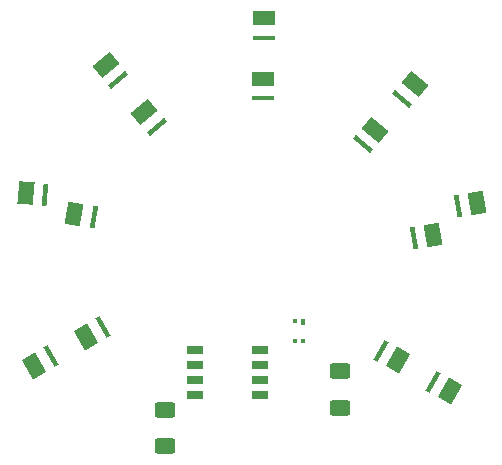
<source format=gtp>
G04 #@! TF.GenerationSoftware,KiCad,Pcbnew,9.0.4*
G04 #@! TF.CreationDate,2025-10-28T23:18:59-04:00*
G04 #@! TF.ProjectId,DEL_MCPCB,44454c5f-4d43-4504-9342-2e6b69636164,rev?*
G04 #@! TF.SameCoordinates,Original*
G04 #@! TF.FileFunction,Paste,Top*
G04 #@! TF.FilePolarity,Positive*
%FSLAX46Y46*%
G04 Gerber Fmt 4.6, Leading zero omitted, Abs format (unit mm)*
G04 Created by KiCad (PCBNEW 9.0.4) date 2025-10-28 23:18:59*
%MOMM*%
%LPD*%
G01*
G04 APERTURE LIST*
G04 Aperture macros list*
%AMRoundRect*
0 Rectangle with rounded corners*
0 $1 Rounding radius*
0 $2 $3 $4 $5 $6 $7 $8 $9 X,Y pos of 4 corners*
0 Add a 4 corners polygon primitive as box body*
4,1,4,$2,$3,$4,$5,$6,$7,$8,$9,$2,$3,0*
0 Add four circle primitives for the rounded corners*
1,1,$1+$1,$2,$3*
1,1,$1+$1,$4,$5*
1,1,$1+$1,$6,$7*
1,1,$1+$1,$8,$9*
0 Add four rect primitives between the rounded corners*
20,1,$1+$1,$2,$3,$4,$5,0*
20,1,$1+$1,$4,$5,$6,$7,0*
20,1,$1+$1,$6,$7,$8,$9,0*
20,1,$1+$1,$8,$9,$2,$3,0*%
%AMRotRect*
0 Rectangle, with rotation*
0 The origin of the aperture is its center*
0 $1 length*
0 $2 width*
0 $3 Rotation angle, in degrees counterclockwise*
0 Add horizontal line*
21,1,$1,$2,0,0,$3*%
G04 Aperture macros list end*
%ADD10R,1.473200X0.736600*%
%ADD11RotRect,1.300000X1.900000X150.000000*%
%ADD12RotRect,0.400000X1.900000X150.000000*%
%ADD13RotRect,1.300000X1.900000X350.000000*%
%ADD14RotRect,0.400000X1.900000X350.000000*%
%ADD15RotRect,1.300000X1.900000X30.000000*%
%ADD16RotRect,0.400000X1.900000X30.000000*%
%ADD17RotRect,1.300000X1.900000X190.000000*%
%ADD18RotRect,0.400000X1.900000X190.000000*%
%ADD19RoundRect,0.250000X0.625000X-0.400000X0.625000X0.400000X-0.625000X0.400000X-0.625000X-0.400000X0*%
%ADD20RotRect,1.300000X1.900000X230.000000*%
%ADD21RotRect,0.400000X1.900000X230.000000*%
%ADD22R,1.900000X1.300000*%
%ADD23R,1.900000X0.400000*%
%ADD24RotRect,1.300000X1.900000X310.000000*%
%ADD25RotRect,0.400000X1.900000X310.000000*%
%ADD26RotRect,1.300000X1.900000X355.000000*%
%ADD27RotRect,0.400000X1.900000X355.000000*%
%ADD28RoundRect,0.250000X-0.625000X0.400000X-0.625000X-0.400000X0.625000X-0.400000X0.625000X0.400000X0*%
%ADD29R,0.304800X0.431800*%
%ADD30R,0.355600X0.533400*%
G04 APERTURE END LIST*
D10*
X145594200Y-99440000D03*
X145594200Y-101980000D03*
X145594200Y-100710000D03*
X145594200Y-98170000D03*
X151020000Y-101980000D03*
X151020000Y-100710000D03*
X151020000Y-99440000D03*
X151020000Y-98170000D03*
D11*
X167132171Y-101661303D03*
D12*
X165703229Y-100836303D03*
D13*
X135342742Y-86622368D03*
D14*
X136967676Y-86908888D03*
D15*
X131900000Y-99500000D03*
D16*
X133328942Y-98675000D03*
D17*
X165709600Y-88417400D03*
D18*
X164084666Y-88703920D03*
D19*
X142976600Y-106300200D03*
X142976600Y-103200200D03*
D20*
X164171030Y-75629746D03*
D21*
X163110431Y-76893720D03*
D20*
X160818814Y-79489014D03*
D21*
X159758214Y-80752988D03*
D22*
X151300572Y-75179831D03*
D23*
X151300572Y-76829832D03*
D22*
X151387829Y-70068697D03*
D23*
X151387829Y-71718697D03*
D24*
X138020755Y-74025568D03*
D25*
X139081355Y-75289541D03*
D26*
X131213076Y-84881119D03*
D27*
X132856798Y-85024927D03*
D17*
X169414933Y-85693480D03*
D18*
X167790000Y-85980000D03*
D28*
X157861000Y-99923000D03*
X157861000Y-103023000D03*
D11*
X162749428Y-99030169D03*
D12*
X161320485Y-98205168D03*
D24*
X141239285Y-77997012D03*
D25*
X142299885Y-79260986D03*
D15*
X136370000Y-97020000D03*
D16*
X137798943Y-96195000D03*
D29*
X154031201Y-97382899D03*
X154731199Y-97382899D03*
D30*
X154731199Y-95758066D03*
D29*
X154031201Y-95707901D03*
M02*

</source>
